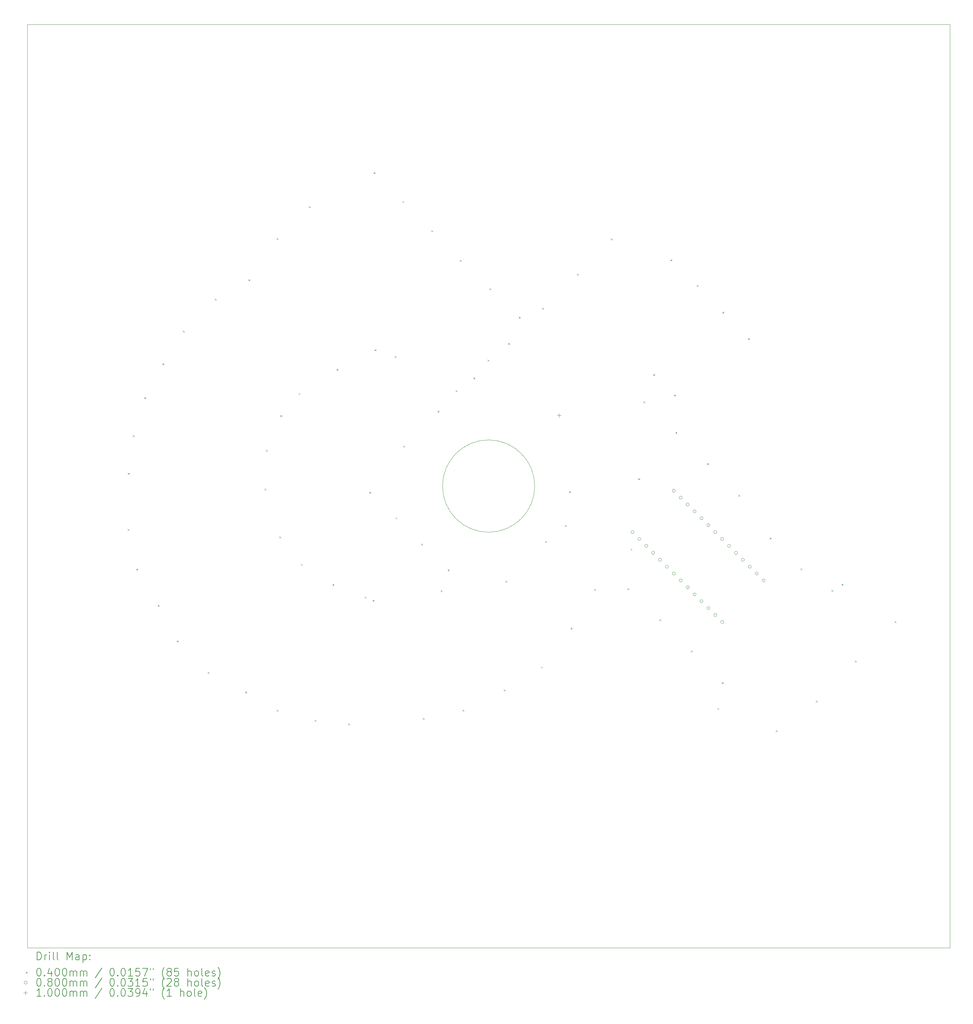
<source format=gbr>
%TF.GenerationSoftware,KiCad,Pcbnew,(6.0.10-0)*%
%TF.CreationDate,2023-02-20T09:20:55-05:00*%
%TF.ProjectId,Grad_Cap,47726164-5f43-4617-902e-6b696361645f,rev?*%
%TF.SameCoordinates,Original*%
%TF.FileFunction,Drillmap*%
%TF.FilePolarity,Positive*%
%FSLAX45Y45*%
G04 Gerber Fmt 4.5, Leading zero omitted, Abs format (unit mm)*
G04 Created by KiCad (PCBNEW (6.0.10-0)) date 2023-02-20 09:20:55*
%MOMM*%
%LPD*%
G01*
G04 APERTURE LIST*
%ADD10C,0.100000*%
%ADD11C,0.200000*%
%ADD12C,0.040000*%
%ADD13C,0.080000*%
G04 APERTURE END LIST*
D10*
X20229865Y-19070726D02*
G75*
G03*
X20229865Y-19070726I-1200000J0D01*
G01*
X31029865Y-31070726D02*
X7029865Y-31070726D01*
X7029865Y-7070726D01*
X31029865Y-7070726D01*
X31029865Y-31070726D01*
D11*
D12*
X9638197Y-20184063D02*
X9678197Y-20224063D01*
X9678197Y-20184063D02*
X9638197Y-20224063D01*
X9643585Y-18725486D02*
X9683585Y-18765486D01*
X9683585Y-18725486D02*
X9643585Y-18765486D01*
X9769464Y-17748589D02*
X9809464Y-17788589D01*
X9809464Y-17748589D02*
X9769464Y-17788589D01*
X9860907Y-21222152D02*
X9900907Y-21262152D01*
X9900907Y-21222152D02*
X9860907Y-21262152D01*
X10071045Y-16760605D02*
X10111045Y-16800606D01*
X10111045Y-16760605D02*
X10071045Y-16800606D01*
X10421303Y-22156099D02*
X10461303Y-22196099D01*
X10461303Y-22156099D02*
X10421303Y-22196099D01*
X10545358Y-15880696D02*
X10585358Y-15920696D01*
X10585358Y-15880696D02*
X10545358Y-15920696D01*
X10917013Y-23086453D02*
X10957013Y-23126453D01*
X10957013Y-23086453D02*
X10917013Y-23126453D01*
X11076834Y-15032804D02*
X11116834Y-15072804D01*
X11116834Y-15032804D02*
X11076834Y-15072804D01*
X11721616Y-23901889D02*
X11761616Y-23941889D01*
X11761616Y-23901889D02*
X11721616Y-23941889D01*
X11903173Y-14199592D02*
X11943173Y-14239592D01*
X11943173Y-14199592D02*
X11903173Y-14239592D01*
X12696872Y-24410171D02*
X12736872Y-24450171D01*
X12736872Y-24410171D02*
X12696872Y-24450171D01*
X12777694Y-13695368D02*
X12817694Y-13735368D01*
X12817694Y-13695368D02*
X12777694Y-13735368D01*
X13203330Y-19136937D02*
X13243330Y-19176937D01*
X13243330Y-19136937D02*
X13203330Y-19176937D01*
X13235687Y-18127528D02*
X13275687Y-18167528D01*
X13275687Y-18127528D02*
X13235687Y-18167528D01*
X13513495Y-12628047D02*
X13553495Y-12668047D01*
X13553495Y-12628047D02*
X13513495Y-12668047D01*
X13514103Y-24882505D02*
X13554103Y-24922505D01*
X13554103Y-24882505D02*
X13514103Y-24922505D01*
X13579553Y-20380780D02*
X13619553Y-20420780D01*
X13619553Y-20380780D02*
X13579553Y-20420780D01*
X13608021Y-17225938D02*
X13648021Y-17265938D01*
X13648021Y-17225938D02*
X13608021Y-17265938D01*
X14085969Y-16651202D02*
X14125969Y-16691202D01*
X14125969Y-16651202D02*
X14085969Y-16691202D01*
X14146257Y-21096429D02*
X14186257Y-21136429D01*
X14186257Y-21096429D02*
X14146257Y-21136429D01*
X14354627Y-11793336D02*
X14394627Y-11833336D01*
X14394627Y-11793336D02*
X14354627Y-11833336D01*
X14505524Y-25148320D02*
X14545524Y-25188320D01*
X14545524Y-25148320D02*
X14505524Y-25188320D01*
X14967081Y-21615488D02*
X15007081Y-21655488D01*
X15007081Y-21615488D02*
X14967081Y-21655488D01*
X15071351Y-16024380D02*
X15111351Y-16064380D01*
X15111351Y-16024380D02*
X15071351Y-16064380D01*
X15380201Y-25239919D02*
X15420201Y-25279919D01*
X15420201Y-25239919D02*
X15380201Y-25279919D01*
X15805836Y-21943628D02*
X15845836Y-21983628D01*
X15845836Y-21943628D02*
X15805836Y-21983628D01*
X15922580Y-19219584D02*
X15962580Y-19259584D01*
X15962580Y-19219584D02*
X15922580Y-19259584D01*
X16010586Y-22026783D02*
X16050586Y-22066783D01*
X16050586Y-22026783D02*
X16010586Y-22066783D01*
X16037527Y-10910881D02*
X16077527Y-10950881D01*
X16077527Y-10910881D02*
X16037527Y-10950881D01*
X16065599Y-15517894D02*
X16105599Y-15557894D01*
X16105599Y-15517894D02*
X16065599Y-15557894D01*
X16585478Y-15688518D02*
X16625478Y-15728518D01*
X16625478Y-15688518D02*
X16585478Y-15728518D01*
X16608671Y-19885353D02*
X16648671Y-19925353D01*
X16648671Y-19885353D02*
X16608671Y-19925353D01*
X16788277Y-11664310D02*
X16828277Y-11704310D01*
X16828277Y-11664310D02*
X16788277Y-11704310D01*
X16809829Y-18019381D02*
X16849829Y-18059381D01*
X16849829Y-18019381D02*
X16809829Y-18059381D01*
X17275699Y-20570186D02*
X17315699Y-20610186D01*
X17315699Y-20570186D02*
X17275699Y-20610186D01*
X17314364Y-25099827D02*
X17354364Y-25139827D01*
X17354364Y-25099827D02*
X17314364Y-25139827D01*
X17535434Y-12423997D02*
X17575434Y-12463997D01*
X17575434Y-12423997D02*
X17535434Y-12463997D01*
X17701339Y-17112787D02*
X17741339Y-17152787D01*
X17741339Y-17112787D02*
X17701339Y-17152787D01*
X17783289Y-21776369D02*
X17823289Y-21816369D01*
X17823289Y-21776369D02*
X17783289Y-21816369D01*
X17963021Y-21234725D02*
X18003021Y-21274725D01*
X18003021Y-21234725D02*
X17963021Y-21274725D01*
X18171236Y-16581311D02*
X18211236Y-16621311D01*
X18211236Y-16581311D02*
X18171236Y-16621311D01*
X18278999Y-13189942D02*
X18318999Y-13229942D01*
X18318999Y-13189942D02*
X18278999Y-13229942D01*
X18347093Y-24886097D02*
X18387093Y-24926097D01*
X18387093Y-24886097D02*
X18347093Y-24926097D01*
X18632821Y-16246165D02*
X18672821Y-16286165D01*
X18672821Y-16246165D02*
X18632821Y-16286165D01*
X19002808Y-15785222D02*
X19042808Y-15825222D01*
X19042808Y-15785222D02*
X19002808Y-15825222D01*
X19049194Y-13926592D02*
X19089194Y-13966592D01*
X19089194Y-13926592D02*
X19049194Y-13966592D01*
X19426676Y-24360009D02*
X19466676Y-24400009D01*
X19466676Y-24360009D02*
X19426676Y-24400009D01*
X19469286Y-21532869D02*
X19509286Y-21572869D01*
X19509286Y-21532869D02*
X19469286Y-21572869D01*
X19539213Y-15354453D02*
X19579213Y-15394453D01*
X19579213Y-15354453D02*
X19539213Y-15394453D01*
X19812473Y-14670157D02*
X19852473Y-14710157D01*
X19852473Y-14670157D02*
X19812473Y-14710157D01*
X20392951Y-23763720D02*
X20432951Y-23803720D01*
X20432951Y-23763720D02*
X20392951Y-23803720D01*
X20421330Y-14438467D02*
X20461330Y-14478467D01*
X20461330Y-14438467D02*
X20421330Y-14478467D01*
X20502511Y-20499645D02*
X20542511Y-20539645D01*
X20542511Y-20499645D02*
X20502511Y-20539645D01*
X21016181Y-20087076D02*
X21056181Y-20127076D01*
X21056181Y-20087076D02*
X21016181Y-20127076D01*
X21123011Y-19205187D02*
X21163011Y-19245187D01*
X21163011Y-19205187D02*
X21123011Y-19245187D01*
X21163457Y-22750564D02*
X21203457Y-22790564D01*
X21203457Y-22750564D02*
X21163457Y-22790564D01*
X21332185Y-13551217D02*
X21372185Y-13591217D01*
X21372185Y-13551217D02*
X21332185Y-13591217D01*
X21775911Y-21742979D02*
X21815911Y-21782979D01*
X21815911Y-21742979D02*
X21775911Y-21782979D01*
X22212351Y-12633280D02*
X22252351Y-12673280D01*
X22252351Y-12633280D02*
X22212351Y-12673280D01*
X22641636Y-21726843D02*
X22681636Y-21766843D01*
X22681636Y-21726843D02*
X22641636Y-21766843D01*
X22722430Y-20699501D02*
X22762430Y-20739501D01*
X22762430Y-20699501D02*
X22722430Y-20739501D01*
X22918199Y-18869325D02*
X22958199Y-18909325D01*
X22958199Y-18869325D02*
X22918199Y-18909325D01*
X23056467Y-16866728D02*
X23096467Y-16906728D01*
X23096467Y-16866728D02*
X23056467Y-16906728D01*
X23311535Y-16159112D02*
X23351535Y-16199112D01*
X23351535Y-16159112D02*
X23311535Y-16199112D01*
X23471383Y-22529706D02*
X23511383Y-22569706D01*
X23511383Y-22529706D02*
X23471383Y-22569706D01*
X23756955Y-13179407D02*
X23796955Y-13219407D01*
X23796955Y-13179407D02*
X23756955Y-13219407D01*
X23852146Y-16692539D02*
X23892146Y-16732539D01*
X23892146Y-16692539D02*
X23852146Y-16732539D01*
X23889863Y-17665943D02*
X23929863Y-17705943D01*
X23929863Y-17665943D02*
X23889863Y-17705943D01*
X24292179Y-23341521D02*
X24332179Y-23381521D01*
X24332179Y-23341521D02*
X24292179Y-23381521D01*
X24444815Y-13847566D02*
X24484815Y-13887566D01*
X24484815Y-13847566D02*
X24444815Y-13887566D01*
X24712454Y-18475962D02*
X24752454Y-18515962D01*
X24752454Y-18475962D02*
X24712454Y-18515962D01*
X24983658Y-24838692D02*
X25023658Y-24878692D01*
X25023658Y-24838692D02*
X24983658Y-24878692D01*
X25096809Y-24169501D02*
X25136809Y-24209501D01*
X25136809Y-24169501D02*
X25096809Y-24209501D01*
X25109382Y-14539017D02*
X25149382Y-14579017D01*
X25149382Y-14539017D02*
X25109382Y-14579017D01*
X25526037Y-19294989D02*
X25566037Y-19334989D01*
X25566037Y-19294989D02*
X25526037Y-19334989D01*
X25779309Y-15225109D02*
X25819309Y-15265109D01*
X25819309Y-15225109D02*
X25779309Y-15265109D01*
X26343269Y-20410493D02*
X26383269Y-20450493D01*
X26383269Y-20410493D02*
X26343269Y-20450493D01*
X26504914Y-25419496D02*
X26544914Y-25459496D01*
X26544914Y-25419496D02*
X26504914Y-25459496D01*
X27144308Y-21211532D02*
X27184308Y-21251532D01*
X27184308Y-21211532D02*
X27144308Y-21251532D01*
X27542645Y-24647222D02*
X27582645Y-24687222D01*
X27582645Y-24647222D02*
X27542645Y-24687222D01*
X27948939Y-21769920D02*
X27988939Y-21809920D01*
X27988939Y-21769920D02*
X27948939Y-21809920D01*
X28212958Y-21613692D02*
X28252958Y-21653692D01*
X28252958Y-21613692D02*
X28212958Y-21653692D01*
X28558427Y-23605512D02*
X28598427Y-23645512D01*
X28598427Y-23605512D02*
X28558427Y-23645512D01*
X29590374Y-22579967D02*
X29630374Y-22619967D01*
X29630374Y-22579967D02*
X29590374Y-22619967D01*
D13*
X22811746Y-20267731D02*
G75*
G03*
X22811746Y-20267731I-40000J0D01*
G01*
X22991351Y-20447336D02*
G75*
G03*
X22991351Y-20447336I-40000J0D01*
G01*
X23170957Y-20626941D02*
G75*
G03*
X23170957Y-20626941I-40000J0D01*
G01*
X23350562Y-20806546D02*
G75*
G03*
X23350562Y-20806546I-40000J0D01*
G01*
X23530167Y-20986151D02*
G75*
G03*
X23530167Y-20986151I-40000J0D01*
G01*
X23709772Y-21165757D02*
G75*
G03*
X23709772Y-21165757I-40000J0D01*
G01*
X23889377Y-19190100D02*
G75*
G03*
X23889377Y-19190100I-40000J0D01*
G01*
X23889377Y-21345362D02*
G75*
G03*
X23889377Y-21345362I-40000J0D01*
G01*
X24068982Y-19369705D02*
G75*
G03*
X24068982Y-19369705I-40000J0D01*
G01*
X24068982Y-21524967D02*
G75*
G03*
X24068982Y-21524967I-40000J0D01*
G01*
X24248587Y-19549310D02*
G75*
G03*
X24248587Y-19549310I-40000J0D01*
G01*
X24248587Y-21704572D02*
G75*
G03*
X24248587Y-21704572I-40000J0D01*
G01*
X24428192Y-19728916D02*
G75*
G03*
X24428192Y-19728916I-40000J0D01*
G01*
X24428192Y-21884177D02*
G75*
G03*
X24428192Y-21884177I-40000J0D01*
G01*
X24607798Y-19908521D02*
G75*
G03*
X24607798Y-19908521I-40000J0D01*
G01*
X24607798Y-22063782D02*
G75*
G03*
X24607798Y-22063782I-40000J0D01*
G01*
X24787403Y-20088126D02*
G75*
G03*
X24787403Y-20088126I-40000J0D01*
G01*
X24787403Y-22243387D02*
G75*
G03*
X24787403Y-22243387I-40000J0D01*
G01*
X24967008Y-20267731D02*
G75*
G03*
X24967008Y-20267731I-40000J0D01*
G01*
X24967008Y-22422992D02*
G75*
G03*
X24967008Y-22422992I-40000J0D01*
G01*
X25146613Y-20447336D02*
G75*
G03*
X25146613Y-20447336I-40000J0D01*
G01*
X25146613Y-22602597D02*
G75*
G03*
X25146613Y-22602597I-40000J0D01*
G01*
X25326218Y-20626941D02*
G75*
G03*
X25326218Y-20626941I-40000J0D01*
G01*
X25505823Y-20806546D02*
G75*
G03*
X25505823Y-20806546I-40000J0D01*
G01*
X25685428Y-20986151D02*
G75*
G03*
X25685428Y-20986151I-40000J0D01*
G01*
X25865033Y-21165757D02*
G75*
G03*
X25865033Y-21165757I-40000J0D01*
G01*
X26044639Y-21345362D02*
G75*
G03*
X26044639Y-21345362I-40000J0D01*
G01*
X26224244Y-21524967D02*
G75*
G03*
X26224244Y-21524967I-40000J0D01*
G01*
D10*
X20865556Y-17183366D02*
X20865556Y-17283366D01*
X20815556Y-17233366D02*
X20915556Y-17233366D01*
D11*
X7282484Y-31386202D02*
X7282484Y-31186202D01*
X7330103Y-31186202D01*
X7358674Y-31195726D01*
X7377722Y-31214774D01*
X7387246Y-31233821D01*
X7396769Y-31271917D01*
X7396769Y-31300488D01*
X7387246Y-31338583D01*
X7377722Y-31357631D01*
X7358674Y-31376679D01*
X7330103Y-31386202D01*
X7282484Y-31386202D01*
X7482484Y-31386202D02*
X7482484Y-31252869D01*
X7482484Y-31290964D02*
X7492007Y-31271917D01*
X7501531Y-31262393D01*
X7520579Y-31252869D01*
X7539627Y-31252869D01*
X7606293Y-31386202D02*
X7606293Y-31252869D01*
X7606293Y-31186202D02*
X7596769Y-31195726D01*
X7606293Y-31205250D01*
X7615817Y-31195726D01*
X7606293Y-31186202D01*
X7606293Y-31205250D01*
X7730103Y-31386202D02*
X7711055Y-31376679D01*
X7701531Y-31357631D01*
X7701531Y-31186202D01*
X7834865Y-31386202D02*
X7815817Y-31376679D01*
X7806293Y-31357631D01*
X7806293Y-31186202D01*
X8063436Y-31386202D02*
X8063436Y-31186202D01*
X8130103Y-31329060D01*
X8196769Y-31186202D01*
X8196769Y-31386202D01*
X8377722Y-31386202D02*
X8377722Y-31281440D01*
X8368198Y-31262393D01*
X8349150Y-31252869D01*
X8311055Y-31252869D01*
X8292007Y-31262393D01*
X8377722Y-31376679D02*
X8358674Y-31386202D01*
X8311055Y-31386202D01*
X8292007Y-31376679D01*
X8282484Y-31357631D01*
X8282484Y-31338583D01*
X8292007Y-31319536D01*
X8311055Y-31310012D01*
X8358674Y-31310012D01*
X8377722Y-31300488D01*
X8472960Y-31252869D02*
X8472960Y-31452869D01*
X8472960Y-31262393D02*
X8492008Y-31252869D01*
X8530103Y-31252869D01*
X8549150Y-31262393D01*
X8558674Y-31271917D01*
X8568198Y-31290964D01*
X8568198Y-31348107D01*
X8558674Y-31367155D01*
X8549150Y-31376679D01*
X8530103Y-31386202D01*
X8492008Y-31386202D01*
X8472960Y-31376679D01*
X8653912Y-31367155D02*
X8663436Y-31376679D01*
X8653912Y-31386202D01*
X8644389Y-31376679D01*
X8653912Y-31367155D01*
X8653912Y-31386202D01*
X8653912Y-31262393D02*
X8663436Y-31271917D01*
X8653912Y-31281440D01*
X8644389Y-31271917D01*
X8653912Y-31262393D01*
X8653912Y-31281440D01*
D12*
X6984865Y-31695726D02*
X7024865Y-31735726D01*
X7024865Y-31695726D02*
X6984865Y-31735726D01*
D11*
X7320579Y-31606202D02*
X7339627Y-31606202D01*
X7358674Y-31615726D01*
X7368198Y-31625250D01*
X7377722Y-31644298D01*
X7387246Y-31682393D01*
X7387246Y-31730012D01*
X7377722Y-31768107D01*
X7368198Y-31787155D01*
X7358674Y-31796679D01*
X7339627Y-31806202D01*
X7320579Y-31806202D01*
X7301531Y-31796679D01*
X7292007Y-31787155D01*
X7282484Y-31768107D01*
X7272960Y-31730012D01*
X7272960Y-31682393D01*
X7282484Y-31644298D01*
X7292007Y-31625250D01*
X7301531Y-31615726D01*
X7320579Y-31606202D01*
X7472960Y-31787155D02*
X7482484Y-31796679D01*
X7472960Y-31806202D01*
X7463436Y-31796679D01*
X7472960Y-31787155D01*
X7472960Y-31806202D01*
X7653912Y-31672869D02*
X7653912Y-31806202D01*
X7606293Y-31596679D02*
X7558674Y-31739536D01*
X7682484Y-31739536D01*
X7796769Y-31606202D02*
X7815817Y-31606202D01*
X7834865Y-31615726D01*
X7844388Y-31625250D01*
X7853912Y-31644298D01*
X7863436Y-31682393D01*
X7863436Y-31730012D01*
X7853912Y-31768107D01*
X7844388Y-31787155D01*
X7834865Y-31796679D01*
X7815817Y-31806202D01*
X7796769Y-31806202D01*
X7777722Y-31796679D01*
X7768198Y-31787155D01*
X7758674Y-31768107D01*
X7749150Y-31730012D01*
X7749150Y-31682393D01*
X7758674Y-31644298D01*
X7768198Y-31625250D01*
X7777722Y-31615726D01*
X7796769Y-31606202D01*
X7987246Y-31606202D02*
X8006293Y-31606202D01*
X8025341Y-31615726D01*
X8034865Y-31625250D01*
X8044388Y-31644298D01*
X8053912Y-31682393D01*
X8053912Y-31730012D01*
X8044388Y-31768107D01*
X8034865Y-31787155D01*
X8025341Y-31796679D01*
X8006293Y-31806202D01*
X7987246Y-31806202D01*
X7968198Y-31796679D01*
X7958674Y-31787155D01*
X7949150Y-31768107D01*
X7939627Y-31730012D01*
X7939627Y-31682393D01*
X7949150Y-31644298D01*
X7958674Y-31625250D01*
X7968198Y-31615726D01*
X7987246Y-31606202D01*
X8139627Y-31806202D02*
X8139627Y-31672869D01*
X8139627Y-31691917D02*
X8149150Y-31682393D01*
X8168198Y-31672869D01*
X8196769Y-31672869D01*
X8215817Y-31682393D01*
X8225341Y-31701440D01*
X8225341Y-31806202D01*
X8225341Y-31701440D02*
X8234865Y-31682393D01*
X8253912Y-31672869D01*
X8282484Y-31672869D01*
X8301531Y-31682393D01*
X8311055Y-31701440D01*
X8311055Y-31806202D01*
X8406293Y-31806202D02*
X8406293Y-31672869D01*
X8406293Y-31691917D02*
X8415817Y-31682393D01*
X8434865Y-31672869D01*
X8463436Y-31672869D01*
X8482484Y-31682393D01*
X8492008Y-31701440D01*
X8492008Y-31806202D01*
X8492008Y-31701440D02*
X8501531Y-31682393D01*
X8520579Y-31672869D01*
X8549150Y-31672869D01*
X8568198Y-31682393D01*
X8577722Y-31701440D01*
X8577722Y-31806202D01*
X8968198Y-31596679D02*
X8796769Y-31853821D01*
X9225341Y-31606202D02*
X9244389Y-31606202D01*
X9263436Y-31615726D01*
X9272960Y-31625250D01*
X9282484Y-31644298D01*
X9292008Y-31682393D01*
X9292008Y-31730012D01*
X9282484Y-31768107D01*
X9272960Y-31787155D01*
X9263436Y-31796679D01*
X9244389Y-31806202D01*
X9225341Y-31806202D01*
X9206293Y-31796679D01*
X9196769Y-31787155D01*
X9187246Y-31768107D01*
X9177722Y-31730012D01*
X9177722Y-31682393D01*
X9187246Y-31644298D01*
X9196769Y-31625250D01*
X9206293Y-31615726D01*
X9225341Y-31606202D01*
X9377722Y-31787155D02*
X9387246Y-31796679D01*
X9377722Y-31806202D01*
X9368198Y-31796679D01*
X9377722Y-31787155D01*
X9377722Y-31806202D01*
X9511055Y-31606202D02*
X9530103Y-31606202D01*
X9549150Y-31615726D01*
X9558674Y-31625250D01*
X9568198Y-31644298D01*
X9577722Y-31682393D01*
X9577722Y-31730012D01*
X9568198Y-31768107D01*
X9558674Y-31787155D01*
X9549150Y-31796679D01*
X9530103Y-31806202D01*
X9511055Y-31806202D01*
X9492008Y-31796679D01*
X9482484Y-31787155D01*
X9472960Y-31768107D01*
X9463436Y-31730012D01*
X9463436Y-31682393D01*
X9472960Y-31644298D01*
X9482484Y-31625250D01*
X9492008Y-31615726D01*
X9511055Y-31606202D01*
X9768198Y-31806202D02*
X9653912Y-31806202D01*
X9711055Y-31806202D02*
X9711055Y-31606202D01*
X9692008Y-31634774D01*
X9672960Y-31653821D01*
X9653912Y-31663345D01*
X9949150Y-31606202D02*
X9853912Y-31606202D01*
X9844389Y-31701440D01*
X9853912Y-31691917D01*
X9872960Y-31682393D01*
X9920579Y-31682393D01*
X9939627Y-31691917D01*
X9949150Y-31701440D01*
X9958674Y-31720488D01*
X9958674Y-31768107D01*
X9949150Y-31787155D01*
X9939627Y-31796679D01*
X9920579Y-31806202D01*
X9872960Y-31806202D01*
X9853912Y-31796679D01*
X9844389Y-31787155D01*
X10025341Y-31606202D02*
X10158674Y-31606202D01*
X10072960Y-31806202D01*
X10225341Y-31606202D02*
X10225341Y-31644298D01*
X10301531Y-31606202D02*
X10301531Y-31644298D01*
X10596769Y-31882393D02*
X10587246Y-31872869D01*
X10568198Y-31844298D01*
X10558674Y-31825250D01*
X10549150Y-31796679D01*
X10539627Y-31749060D01*
X10539627Y-31710964D01*
X10549150Y-31663345D01*
X10558674Y-31634774D01*
X10568198Y-31615726D01*
X10587246Y-31587155D01*
X10596769Y-31577631D01*
X10701531Y-31691917D02*
X10682484Y-31682393D01*
X10672960Y-31672869D01*
X10663436Y-31653821D01*
X10663436Y-31644298D01*
X10672960Y-31625250D01*
X10682484Y-31615726D01*
X10701531Y-31606202D01*
X10739627Y-31606202D01*
X10758674Y-31615726D01*
X10768198Y-31625250D01*
X10777722Y-31644298D01*
X10777722Y-31653821D01*
X10768198Y-31672869D01*
X10758674Y-31682393D01*
X10739627Y-31691917D01*
X10701531Y-31691917D01*
X10682484Y-31701440D01*
X10672960Y-31710964D01*
X10663436Y-31730012D01*
X10663436Y-31768107D01*
X10672960Y-31787155D01*
X10682484Y-31796679D01*
X10701531Y-31806202D01*
X10739627Y-31806202D01*
X10758674Y-31796679D01*
X10768198Y-31787155D01*
X10777722Y-31768107D01*
X10777722Y-31730012D01*
X10768198Y-31710964D01*
X10758674Y-31701440D01*
X10739627Y-31691917D01*
X10958674Y-31606202D02*
X10863436Y-31606202D01*
X10853912Y-31701440D01*
X10863436Y-31691917D01*
X10882484Y-31682393D01*
X10930103Y-31682393D01*
X10949150Y-31691917D01*
X10958674Y-31701440D01*
X10968198Y-31720488D01*
X10968198Y-31768107D01*
X10958674Y-31787155D01*
X10949150Y-31796679D01*
X10930103Y-31806202D01*
X10882484Y-31806202D01*
X10863436Y-31796679D01*
X10853912Y-31787155D01*
X11206293Y-31806202D02*
X11206293Y-31606202D01*
X11292007Y-31806202D02*
X11292007Y-31701440D01*
X11282484Y-31682393D01*
X11263436Y-31672869D01*
X11234865Y-31672869D01*
X11215817Y-31682393D01*
X11206293Y-31691917D01*
X11415817Y-31806202D02*
X11396769Y-31796679D01*
X11387246Y-31787155D01*
X11377722Y-31768107D01*
X11377722Y-31710964D01*
X11387246Y-31691917D01*
X11396769Y-31682393D01*
X11415817Y-31672869D01*
X11444388Y-31672869D01*
X11463436Y-31682393D01*
X11472960Y-31691917D01*
X11482484Y-31710964D01*
X11482484Y-31768107D01*
X11472960Y-31787155D01*
X11463436Y-31796679D01*
X11444388Y-31806202D01*
X11415817Y-31806202D01*
X11596769Y-31806202D02*
X11577722Y-31796679D01*
X11568198Y-31777631D01*
X11568198Y-31606202D01*
X11749150Y-31796679D02*
X11730103Y-31806202D01*
X11692007Y-31806202D01*
X11672960Y-31796679D01*
X11663436Y-31777631D01*
X11663436Y-31701440D01*
X11672960Y-31682393D01*
X11692007Y-31672869D01*
X11730103Y-31672869D01*
X11749150Y-31682393D01*
X11758674Y-31701440D01*
X11758674Y-31720488D01*
X11663436Y-31739536D01*
X11834865Y-31796679D02*
X11853912Y-31806202D01*
X11892007Y-31806202D01*
X11911055Y-31796679D01*
X11920579Y-31777631D01*
X11920579Y-31768107D01*
X11911055Y-31749060D01*
X11892007Y-31739536D01*
X11863436Y-31739536D01*
X11844388Y-31730012D01*
X11834865Y-31710964D01*
X11834865Y-31701440D01*
X11844388Y-31682393D01*
X11863436Y-31672869D01*
X11892007Y-31672869D01*
X11911055Y-31682393D01*
X11987246Y-31882393D02*
X11996769Y-31872869D01*
X12015817Y-31844298D01*
X12025341Y-31825250D01*
X12034865Y-31796679D01*
X12044388Y-31749060D01*
X12044388Y-31710964D01*
X12034865Y-31663345D01*
X12025341Y-31634774D01*
X12015817Y-31615726D01*
X11996769Y-31587155D01*
X11987246Y-31577631D01*
D13*
X7024865Y-31979726D02*
G75*
G03*
X7024865Y-31979726I-40000J0D01*
G01*
D11*
X7320579Y-31870202D02*
X7339627Y-31870202D01*
X7358674Y-31879726D01*
X7368198Y-31889250D01*
X7377722Y-31908298D01*
X7387246Y-31946393D01*
X7387246Y-31994012D01*
X7377722Y-32032107D01*
X7368198Y-32051155D01*
X7358674Y-32060679D01*
X7339627Y-32070202D01*
X7320579Y-32070202D01*
X7301531Y-32060679D01*
X7292007Y-32051155D01*
X7282484Y-32032107D01*
X7272960Y-31994012D01*
X7272960Y-31946393D01*
X7282484Y-31908298D01*
X7292007Y-31889250D01*
X7301531Y-31879726D01*
X7320579Y-31870202D01*
X7472960Y-32051155D02*
X7482484Y-32060679D01*
X7472960Y-32070202D01*
X7463436Y-32060679D01*
X7472960Y-32051155D01*
X7472960Y-32070202D01*
X7596769Y-31955917D02*
X7577722Y-31946393D01*
X7568198Y-31936869D01*
X7558674Y-31917821D01*
X7558674Y-31908298D01*
X7568198Y-31889250D01*
X7577722Y-31879726D01*
X7596769Y-31870202D01*
X7634865Y-31870202D01*
X7653912Y-31879726D01*
X7663436Y-31889250D01*
X7672960Y-31908298D01*
X7672960Y-31917821D01*
X7663436Y-31936869D01*
X7653912Y-31946393D01*
X7634865Y-31955917D01*
X7596769Y-31955917D01*
X7577722Y-31965440D01*
X7568198Y-31974964D01*
X7558674Y-31994012D01*
X7558674Y-32032107D01*
X7568198Y-32051155D01*
X7577722Y-32060679D01*
X7596769Y-32070202D01*
X7634865Y-32070202D01*
X7653912Y-32060679D01*
X7663436Y-32051155D01*
X7672960Y-32032107D01*
X7672960Y-31994012D01*
X7663436Y-31974964D01*
X7653912Y-31965440D01*
X7634865Y-31955917D01*
X7796769Y-31870202D02*
X7815817Y-31870202D01*
X7834865Y-31879726D01*
X7844388Y-31889250D01*
X7853912Y-31908298D01*
X7863436Y-31946393D01*
X7863436Y-31994012D01*
X7853912Y-32032107D01*
X7844388Y-32051155D01*
X7834865Y-32060679D01*
X7815817Y-32070202D01*
X7796769Y-32070202D01*
X7777722Y-32060679D01*
X7768198Y-32051155D01*
X7758674Y-32032107D01*
X7749150Y-31994012D01*
X7749150Y-31946393D01*
X7758674Y-31908298D01*
X7768198Y-31889250D01*
X7777722Y-31879726D01*
X7796769Y-31870202D01*
X7987246Y-31870202D02*
X8006293Y-31870202D01*
X8025341Y-31879726D01*
X8034865Y-31889250D01*
X8044388Y-31908298D01*
X8053912Y-31946393D01*
X8053912Y-31994012D01*
X8044388Y-32032107D01*
X8034865Y-32051155D01*
X8025341Y-32060679D01*
X8006293Y-32070202D01*
X7987246Y-32070202D01*
X7968198Y-32060679D01*
X7958674Y-32051155D01*
X7949150Y-32032107D01*
X7939627Y-31994012D01*
X7939627Y-31946393D01*
X7949150Y-31908298D01*
X7958674Y-31889250D01*
X7968198Y-31879726D01*
X7987246Y-31870202D01*
X8139627Y-32070202D02*
X8139627Y-31936869D01*
X8139627Y-31955917D02*
X8149150Y-31946393D01*
X8168198Y-31936869D01*
X8196769Y-31936869D01*
X8215817Y-31946393D01*
X8225341Y-31965440D01*
X8225341Y-32070202D01*
X8225341Y-31965440D02*
X8234865Y-31946393D01*
X8253912Y-31936869D01*
X8282484Y-31936869D01*
X8301531Y-31946393D01*
X8311055Y-31965440D01*
X8311055Y-32070202D01*
X8406293Y-32070202D02*
X8406293Y-31936869D01*
X8406293Y-31955917D02*
X8415817Y-31946393D01*
X8434865Y-31936869D01*
X8463436Y-31936869D01*
X8482484Y-31946393D01*
X8492008Y-31965440D01*
X8492008Y-32070202D01*
X8492008Y-31965440D02*
X8501531Y-31946393D01*
X8520579Y-31936869D01*
X8549150Y-31936869D01*
X8568198Y-31946393D01*
X8577722Y-31965440D01*
X8577722Y-32070202D01*
X8968198Y-31860679D02*
X8796769Y-32117821D01*
X9225341Y-31870202D02*
X9244389Y-31870202D01*
X9263436Y-31879726D01*
X9272960Y-31889250D01*
X9282484Y-31908298D01*
X9292008Y-31946393D01*
X9292008Y-31994012D01*
X9282484Y-32032107D01*
X9272960Y-32051155D01*
X9263436Y-32060679D01*
X9244389Y-32070202D01*
X9225341Y-32070202D01*
X9206293Y-32060679D01*
X9196769Y-32051155D01*
X9187246Y-32032107D01*
X9177722Y-31994012D01*
X9177722Y-31946393D01*
X9187246Y-31908298D01*
X9196769Y-31889250D01*
X9206293Y-31879726D01*
X9225341Y-31870202D01*
X9377722Y-32051155D02*
X9387246Y-32060679D01*
X9377722Y-32070202D01*
X9368198Y-32060679D01*
X9377722Y-32051155D01*
X9377722Y-32070202D01*
X9511055Y-31870202D02*
X9530103Y-31870202D01*
X9549150Y-31879726D01*
X9558674Y-31889250D01*
X9568198Y-31908298D01*
X9577722Y-31946393D01*
X9577722Y-31994012D01*
X9568198Y-32032107D01*
X9558674Y-32051155D01*
X9549150Y-32060679D01*
X9530103Y-32070202D01*
X9511055Y-32070202D01*
X9492008Y-32060679D01*
X9482484Y-32051155D01*
X9472960Y-32032107D01*
X9463436Y-31994012D01*
X9463436Y-31946393D01*
X9472960Y-31908298D01*
X9482484Y-31889250D01*
X9492008Y-31879726D01*
X9511055Y-31870202D01*
X9644389Y-31870202D02*
X9768198Y-31870202D01*
X9701531Y-31946393D01*
X9730103Y-31946393D01*
X9749150Y-31955917D01*
X9758674Y-31965440D01*
X9768198Y-31984488D01*
X9768198Y-32032107D01*
X9758674Y-32051155D01*
X9749150Y-32060679D01*
X9730103Y-32070202D01*
X9672960Y-32070202D01*
X9653912Y-32060679D01*
X9644389Y-32051155D01*
X9958674Y-32070202D02*
X9844389Y-32070202D01*
X9901531Y-32070202D02*
X9901531Y-31870202D01*
X9882484Y-31898774D01*
X9863436Y-31917821D01*
X9844389Y-31927345D01*
X10139627Y-31870202D02*
X10044389Y-31870202D01*
X10034865Y-31965440D01*
X10044389Y-31955917D01*
X10063436Y-31946393D01*
X10111055Y-31946393D01*
X10130103Y-31955917D01*
X10139627Y-31965440D01*
X10149150Y-31984488D01*
X10149150Y-32032107D01*
X10139627Y-32051155D01*
X10130103Y-32060679D01*
X10111055Y-32070202D01*
X10063436Y-32070202D01*
X10044389Y-32060679D01*
X10034865Y-32051155D01*
X10225341Y-31870202D02*
X10225341Y-31908298D01*
X10301531Y-31870202D02*
X10301531Y-31908298D01*
X10596769Y-32146393D02*
X10587246Y-32136869D01*
X10568198Y-32108298D01*
X10558674Y-32089250D01*
X10549150Y-32060679D01*
X10539627Y-32013060D01*
X10539627Y-31974964D01*
X10549150Y-31927345D01*
X10558674Y-31898774D01*
X10568198Y-31879726D01*
X10587246Y-31851155D01*
X10596769Y-31841631D01*
X10663436Y-31889250D02*
X10672960Y-31879726D01*
X10692008Y-31870202D01*
X10739627Y-31870202D01*
X10758674Y-31879726D01*
X10768198Y-31889250D01*
X10777722Y-31908298D01*
X10777722Y-31927345D01*
X10768198Y-31955917D01*
X10653912Y-32070202D01*
X10777722Y-32070202D01*
X10892008Y-31955917D02*
X10872960Y-31946393D01*
X10863436Y-31936869D01*
X10853912Y-31917821D01*
X10853912Y-31908298D01*
X10863436Y-31889250D01*
X10872960Y-31879726D01*
X10892008Y-31870202D01*
X10930103Y-31870202D01*
X10949150Y-31879726D01*
X10958674Y-31889250D01*
X10968198Y-31908298D01*
X10968198Y-31917821D01*
X10958674Y-31936869D01*
X10949150Y-31946393D01*
X10930103Y-31955917D01*
X10892008Y-31955917D01*
X10872960Y-31965440D01*
X10863436Y-31974964D01*
X10853912Y-31994012D01*
X10853912Y-32032107D01*
X10863436Y-32051155D01*
X10872960Y-32060679D01*
X10892008Y-32070202D01*
X10930103Y-32070202D01*
X10949150Y-32060679D01*
X10958674Y-32051155D01*
X10968198Y-32032107D01*
X10968198Y-31994012D01*
X10958674Y-31974964D01*
X10949150Y-31965440D01*
X10930103Y-31955917D01*
X11206293Y-32070202D02*
X11206293Y-31870202D01*
X11292007Y-32070202D02*
X11292007Y-31965440D01*
X11282484Y-31946393D01*
X11263436Y-31936869D01*
X11234865Y-31936869D01*
X11215817Y-31946393D01*
X11206293Y-31955917D01*
X11415817Y-32070202D02*
X11396769Y-32060679D01*
X11387246Y-32051155D01*
X11377722Y-32032107D01*
X11377722Y-31974964D01*
X11387246Y-31955917D01*
X11396769Y-31946393D01*
X11415817Y-31936869D01*
X11444388Y-31936869D01*
X11463436Y-31946393D01*
X11472960Y-31955917D01*
X11482484Y-31974964D01*
X11482484Y-32032107D01*
X11472960Y-32051155D01*
X11463436Y-32060679D01*
X11444388Y-32070202D01*
X11415817Y-32070202D01*
X11596769Y-32070202D02*
X11577722Y-32060679D01*
X11568198Y-32041631D01*
X11568198Y-31870202D01*
X11749150Y-32060679D02*
X11730103Y-32070202D01*
X11692007Y-32070202D01*
X11672960Y-32060679D01*
X11663436Y-32041631D01*
X11663436Y-31965440D01*
X11672960Y-31946393D01*
X11692007Y-31936869D01*
X11730103Y-31936869D01*
X11749150Y-31946393D01*
X11758674Y-31965440D01*
X11758674Y-31984488D01*
X11663436Y-32003536D01*
X11834865Y-32060679D02*
X11853912Y-32070202D01*
X11892007Y-32070202D01*
X11911055Y-32060679D01*
X11920579Y-32041631D01*
X11920579Y-32032107D01*
X11911055Y-32013060D01*
X11892007Y-32003536D01*
X11863436Y-32003536D01*
X11844388Y-31994012D01*
X11834865Y-31974964D01*
X11834865Y-31965440D01*
X11844388Y-31946393D01*
X11863436Y-31936869D01*
X11892007Y-31936869D01*
X11911055Y-31946393D01*
X11987246Y-32146393D02*
X11996769Y-32136869D01*
X12015817Y-32108298D01*
X12025341Y-32089250D01*
X12034865Y-32060679D01*
X12044388Y-32013060D01*
X12044388Y-31974964D01*
X12034865Y-31927345D01*
X12025341Y-31898774D01*
X12015817Y-31879726D01*
X11996769Y-31851155D01*
X11987246Y-31841631D01*
D10*
X6974865Y-32193726D02*
X6974865Y-32293726D01*
X6924865Y-32243726D02*
X7024865Y-32243726D01*
D11*
X7387246Y-32334202D02*
X7272960Y-32334202D01*
X7330103Y-32334202D02*
X7330103Y-32134202D01*
X7311055Y-32162774D01*
X7292007Y-32181821D01*
X7272960Y-32191345D01*
X7472960Y-32315155D02*
X7482484Y-32324679D01*
X7472960Y-32334202D01*
X7463436Y-32324679D01*
X7472960Y-32315155D01*
X7472960Y-32334202D01*
X7606293Y-32134202D02*
X7625341Y-32134202D01*
X7644388Y-32143726D01*
X7653912Y-32153250D01*
X7663436Y-32172298D01*
X7672960Y-32210393D01*
X7672960Y-32258012D01*
X7663436Y-32296107D01*
X7653912Y-32315155D01*
X7644388Y-32324679D01*
X7625341Y-32334202D01*
X7606293Y-32334202D01*
X7587246Y-32324679D01*
X7577722Y-32315155D01*
X7568198Y-32296107D01*
X7558674Y-32258012D01*
X7558674Y-32210393D01*
X7568198Y-32172298D01*
X7577722Y-32153250D01*
X7587246Y-32143726D01*
X7606293Y-32134202D01*
X7796769Y-32134202D02*
X7815817Y-32134202D01*
X7834865Y-32143726D01*
X7844388Y-32153250D01*
X7853912Y-32172298D01*
X7863436Y-32210393D01*
X7863436Y-32258012D01*
X7853912Y-32296107D01*
X7844388Y-32315155D01*
X7834865Y-32324679D01*
X7815817Y-32334202D01*
X7796769Y-32334202D01*
X7777722Y-32324679D01*
X7768198Y-32315155D01*
X7758674Y-32296107D01*
X7749150Y-32258012D01*
X7749150Y-32210393D01*
X7758674Y-32172298D01*
X7768198Y-32153250D01*
X7777722Y-32143726D01*
X7796769Y-32134202D01*
X7987246Y-32134202D02*
X8006293Y-32134202D01*
X8025341Y-32143726D01*
X8034865Y-32153250D01*
X8044388Y-32172298D01*
X8053912Y-32210393D01*
X8053912Y-32258012D01*
X8044388Y-32296107D01*
X8034865Y-32315155D01*
X8025341Y-32324679D01*
X8006293Y-32334202D01*
X7987246Y-32334202D01*
X7968198Y-32324679D01*
X7958674Y-32315155D01*
X7949150Y-32296107D01*
X7939627Y-32258012D01*
X7939627Y-32210393D01*
X7949150Y-32172298D01*
X7958674Y-32153250D01*
X7968198Y-32143726D01*
X7987246Y-32134202D01*
X8139627Y-32334202D02*
X8139627Y-32200869D01*
X8139627Y-32219917D02*
X8149150Y-32210393D01*
X8168198Y-32200869D01*
X8196769Y-32200869D01*
X8215817Y-32210393D01*
X8225341Y-32229440D01*
X8225341Y-32334202D01*
X8225341Y-32229440D02*
X8234865Y-32210393D01*
X8253912Y-32200869D01*
X8282484Y-32200869D01*
X8301531Y-32210393D01*
X8311055Y-32229440D01*
X8311055Y-32334202D01*
X8406293Y-32334202D02*
X8406293Y-32200869D01*
X8406293Y-32219917D02*
X8415817Y-32210393D01*
X8434865Y-32200869D01*
X8463436Y-32200869D01*
X8482484Y-32210393D01*
X8492008Y-32229440D01*
X8492008Y-32334202D01*
X8492008Y-32229440D02*
X8501531Y-32210393D01*
X8520579Y-32200869D01*
X8549150Y-32200869D01*
X8568198Y-32210393D01*
X8577722Y-32229440D01*
X8577722Y-32334202D01*
X8968198Y-32124679D02*
X8796769Y-32381821D01*
X9225341Y-32134202D02*
X9244389Y-32134202D01*
X9263436Y-32143726D01*
X9272960Y-32153250D01*
X9282484Y-32172298D01*
X9292008Y-32210393D01*
X9292008Y-32258012D01*
X9282484Y-32296107D01*
X9272960Y-32315155D01*
X9263436Y-32324679D01*
X9244389Y-32334202D01*
X9225341Y-32334202D01*
X9206293Y-32324679D01*
X9196769Y-32315155D01*
X9187246Y-32296107D01*
X9177722Y-32258012D01*
X9177722Y-32210393D01*
X9187246Y-32172298D01*
X9196769Y-32153250D01*
X9206293Y-32143726D01*
X9225341Y-32134202D01*
X9377722Y-32315155D02*
X9387246Y-32324679D01*
X9377722Y-32334202D01*
X9368198Y-32324679D01*
X9377722Y-32315155D01*
X9377722Y-32334202D01*
X9511055Y-32134202D02*
X9530103Y-32134202D01*
X9549150Y-32143726D01*
X9558674Y-32153250D01*
X9568198Y-32172298D01*
X9577722Y-32210393D01*
X9577722Y-32258012D01*
X9568198Y-32296107D01*
X9558674Y-32315155D01*
X9549150Y-32324679D01*
X9530103Y-32334202D01*
X9511055Y-32334202D01*
X9492008Y-32324679D01*
X9482484Y-32315155D01*
X9472960Y-32296107D01*
X9463436Y-32258012D01*
X9463436Y-32210393D01*
X9472960Y-32172298D01*
X9482484Y-32153250D01*
X9492008Y-32143726D01*
X9511055Y-32134202D01*
X9644389Y-32134202D02*
X9768198Y-32134202D01*
X9701531Y-32210393D01*
X9730103Y-32210393D01*
X9749150Y-32219917D01*
X9758674Y-32229440D01*
X9768198Y-32248488D01*
X9768198Y-32296107D01*
X9758674Y-32315155D01*
X9749150Y-32324679D01*
X9730103Y-32334202D01*
X9672960Y-32334202D01*
X9653912Y-32324679D01*
X9644389Y-32315155D01*
X9863436Y-32334202D02*
X9901531Y-32334202D01*
X9920579Y-32324679D01*
X9930103Y-32315155D01*
X9949150Y-32286583D01*
X9958674Y-32248488D01*
X9958674Y-32172298D01*
X9949150Y-32153250D01*
X9939627Y-32143726D01*
X9920579Y-32134202D01*
X9882484Y-32134202D01*
X9863436Y-32143726D01*
X9853912Y-32153250D01*
X9844389Y-32172298D01*
X9844389Y-32219917D01*
X9853912Y-32238964D01*
X9863436Y-32248488D01*
X9882484Y-32258012D01*
X9920579Y-32258012D01*
X9939627Y-32248488D01*
X9949150Y-32238964D01*
X9958674Y-32219917D01*
X10130103Y-32200869D02*
X10130103Y-32334202D01*
X10082484Y-32124679D02*
X10034865Y-32267536D01*
X10158674Y-32267536D01*
X10225341Y-32134202D02*
X10225341Y-32172298D01*
X10301531Y-32134202D02*
X10301531Y-32172298D01*
X10596769Y-32410393D02*
X10587246Y-32400869D01*
X10568198Y-32372298D01*
X10558674Y-32353250D01*
X10549150Y-32324679D01*
X10539627Y-32277060D01*
X10539627Y-32238964D01*
X10549150Y-32191345D01*
X10558674Y-32162774D01*
X10568198Y-32143726D01*
X10587246Y-32115155D01*
X10596769Y-32105631D01*
X10777722Y-32334202D02*
X10663436Y-32334202D01*
X10720579Y-32334202D02*
X10720579Y-32134202D01*
X10701531Y-32162774D01*
X10682484Y-32181821D01*
X10663436Y-32191345D01*
X11015817Y-32334202D02*
X11015817Y-32134202D01*
X11101531Y-32334202D02*
X11101531Y-32229440D01*
X11092008Y-32210393D01*
X11072960Y-32200869D01*
X11044389Y-32200869D01*
X11025341Y-32210393D01*
X11015817Y-32219917D01*
X11225341Y-32334202D02*
X11206293Y-32324679D01*
X11196769Y-32315155D01*
X11187246Y-32296107D01*
X11187246Y-32238964D01*
X11196769Y-32219917D01*
X11206293Y-32210393D01*
X11225341Y-32200869D01*
X11253912Y-32200869D01*
X11272960Y-32210393D01*
X11282484Y-32219917D01*
X11292007Y-32238964D01*
X11292007Y-32296107D01*
X11282484Y-32315155D01*
X11272960Y-32324679D01*
X11253912Y-32334202D01*
X11225341Y-32334202D01*
X11406293Y-32334202D02*
X11387246Y-32324679D01*
X11377722Y-32305631D01*
X11377722Y-32134202D01*
X11558674Y-32324679D02*
X11539627Y-32334202D01*
X11501531Y-32334202D01*
X11482484Y-32324679D01*
X11472960Y-32305631D01*
X11472960Y-32229440D01*
X11482484Y-32210393D01*
X11501531Y-32200869D01*
X11539627Y-32200869D01*
X11558674Y-32210393D01*
X11568198Y-32229440D01*
X11568198Y-32248488D01*
X11472960Y-32267536D01*
X11634865Y-32410393D02*
X11644388Y-32400869D01*
X11663436Y-32372298D01*
X11672960Y-32353250D01*
X11682484Y-32324679D01*
X11692007Y-32277060D01*
X11692007Y-32238964D01*
X11682484Y-32191345D01*
X11672960Y-32162774D01*
X11663436Y-32143726D01*
X11644388Y-32115155D01*
X11634865Y-32105631D01*
M02*

</source>
